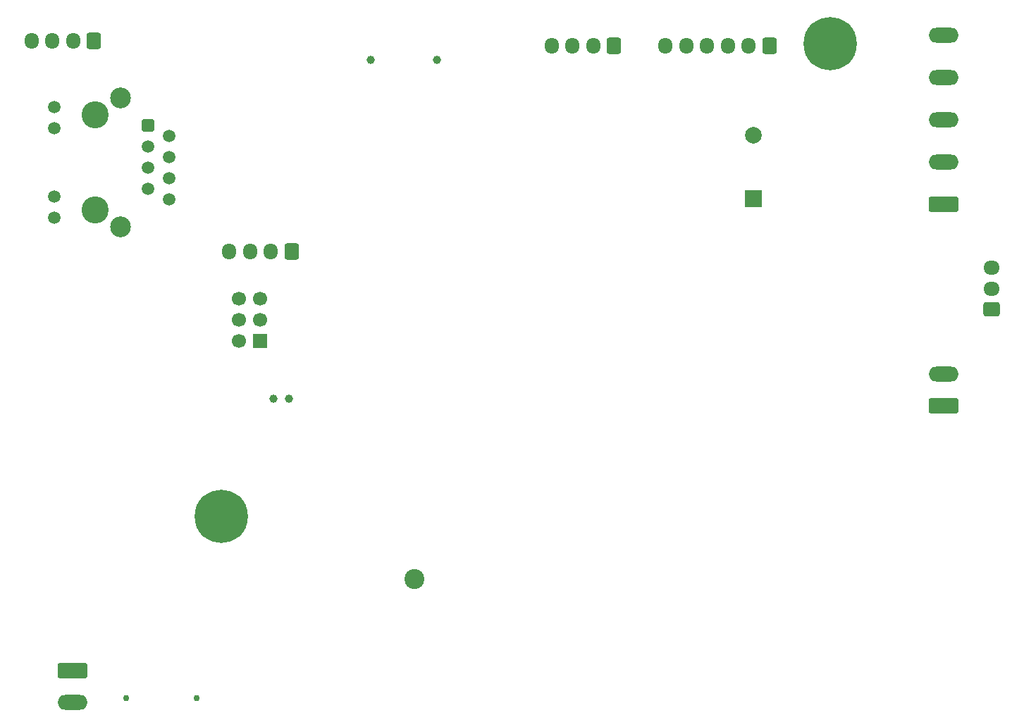
<source format=gbr>
%TF.GenerationSoftware,KiCad,Pcbnew,9.0.3*%
%TF.CreationDate,2025-07-30T09:19:55+03:00*%
%TF.ProjectId,KiCad Projeleri,4b694361-6420-4507-926f-6a656c657269,rev?*%
%TF.SameCoordinates,Original*%
%TF.FileFunction,Soldermask,Bot*%
%TF.FilePolarity,Negative*%
%FSLAX46Y46*%
G04 Gerber Fmt 4.6, Leading zero omitted, Abs format (unit mm)*
G04 Created by KiCad (PCBNEW 9.0.3) date 2025-07-30 09:19:55*
%MOMM*%
%LPD*%
G01*
G04 APERTURE LIST*
G04 Aperture macros list*
%AMRoundRect*
0 Rectangle with rounded corners*
0 $1 Rounding radius*
0 $2 $3 $4 $5 $6 $7 $8 $9 X,Y pos of 4 corners*
0 Add a 4 corners polygon primitive as box body*
4,1,4,$2,$3,$4,$5,$6,$7,$8,$9,$2,$3,0*
0 Add four circle primitives for the rounded corners*
1,1,$1+$1,$2,$3*
1,1,$1+$1,$4,$5*
1,1,$1+$1,$6,$7*
1,1,$1+$1,$8,$9*
0 Add four rect primitives between the rounded corners*
20,1,$1+$1,$2,$3,$4,$5,0*
20,1,$1+$1,$4,$5,$6,$7,0*
20,1,$1+$1,$6,$7,$8,$9,0*
20,1,$1+$1,$8,$9,$2,$3,0*%
G04 Aperture macros list end*
%ADD10RoundRect,0.250000X0.600000X0.725000X-0.600000X0.725000X-0.600000X-0.725000X0.600000X-0.725000X0*%
%ADD11O,1.700000X1.950000*%
%ADD12RoundRect,0.250000X1.550000X-0.650000X1.550000X0.650000X-1.550000X0.650000X-1.550000X-0.650000X0*%
%ADD13O,3.600000X1.800000*%
%ADD14RoundRect,0.250000X-1.550000X0.650000X-1.550000X-0.650000X1.550000X-0.650000X1.550000X0.650000X0*%
%ADD15RoundRect,0.250000X0.725000X-0.600000X0.725000X0.600000X-0.725000X0.600000X-0.725000X-0.600000X0*%
%ADD16O,1.950000X1.700000*%
%ADD17C,0.800000*%
%ADD18C,6.400000*%
%ADD19R,2.000000X2.000000*%
%ADD20C,2.000000*%
%ADD21C,3.250000*%
%ADD22RoundRect,0.250500X-0.499500X0.499500X-0.499500X-0.499500X0.499500X-0.499500X0.499500X0.499500X0*%
%ADD23C,1.500000*%
%ADD24C,2.500000*%
%ADD25C,1.000000*%
%ADD26C,0.750000*%
%ADD27C,2.400000*%
%ADD28R,1.700000X1.700000*%
%ADD29C,1.700000*%
G04 APERTURE END LIST*
D10*
%TO.C,J9*%
X190450000Y-58450000D03*
D11*
X187950000Y-58450000D03*
X185450000Y-58450000D03*
X182950000Y-58450000D03*
X180450000Y-58450000D03*
X177950000Y-58450000D03*
%TD*%
D12*
%TO.C,J6*%
X211342500Y-77450000D03*
D13*
X211342500Y-72370000D03*
X211342500Y-67290000D03*
X211342500Y-62210000D03*
X211342500Y-57130000D03*
%TD*%
D14*
%TO.C,J5*%
X106707500Y-133495000D03*
D13*
X106707500Y-137305000D03*
%TD*%
D15*
%TO.C,J10*%
X217142500Y-90095000D03*
D16*
X217142500Y-87595000D03*
X217142500Y-85095000D03*
%TD*%
D10*
%TO.C,J3*%
X133025000Y-83095000D03*
D11*
X130525000Y-83095000D03*
X128025000Y-83095000D03*
X125525000Y-83095000D03*
%TD*%
D10*
%TO.C,J8*%
X109275000Y-57845000D03*
D11*
X106775000Y-57845000D03*
X104275000Y-57845000D03*
X101775000Y-57845000D03*
%TD*%
D17*
%TO.C,REF\u002A\u002A*%
X195300000Y-58160000D03*
X196002944Y-56462944D03*
X196002944Y-59857056D03*
X197700000Y-55760000D03*
D18*
X197700000Y-58160000D03*
D17*
X197700000Y-60560000D03*
X199397056Y-56462944D03*
X199397056Y-59857056D03*
X200100000Y-58160000D03*
%TD*%
D19*
%TO.C,BZ1*%
X188500000Y-76800000D03*
D20*
X188500000Y-69200000D03*
%TD*%
D12*
%TO.C,J1*%
X211342500Y-101695000D03*
D13*
X211342500Y-97885000D03*
%TD*%
D21*
%TO.C,J7*%
X109415000Y-66700000D03*
X109415000Y-78130000D03*
D22*
X115775000Y-67975000D03*
D23*
X118315000Y-69235000D03*
X115775000Y-70515000D03*
X118315000Y-71775000D03*
X115775000Y-73055000D03*
X118315000Y-74315000D03*
X115775000Y-75595000D03*
X118315000Y-76855000D03*
X104515000Y-65790000D03*
X104515000Y-68330000D03*
X104515000Y-76500000D03*
X104515000Y-79040000D03*
D24*
X112465000Y-64670000D03*
X112465000Y-80160000D03*
%TD*%
D25*
%TO.C,Y2*%
X130825000Y-100840000D03*
X132725000Y-100840000D03*
%TD*%
D26*
%TO.C,J12*%
X113110000Y-136850000D03*
X121610000Y-136850000D03*
%TD*%
D17*
%TO.C,REF\u002A\u002A*%
X122200000Y-114950000D03*
X122902944Y-113252944D03*
X122902944Y-116647056D03*
X124600000Y-112550000D03*
D18*
X124600000Y-114950000D03*
D17*
X124600000Y-117350000D03*
X126297056Y-113252944D03*
X126297056Y-116647056D03*
X127000000Y-114950000D03*
%TD*%
D27*
%TO.C,TP1*%
X147750000Y-122500000D03*
%TD*%
D28*
%TO.C,J4*%
X129240000Y-93925000D03*
D29*
X126700000Y-93925000D03*
X129240000Y-91385000D03*
X126700000Y-91385000D03*
X129240000Y-88845000D03*
X126700000Y-88845000D03*
%TD*%
D10*
%TO.C,J11*%
X171770000Y-58440000D03*
D11*
X169270000Y-58440000D03*
X166770000Y-58440000D03*
X164270000Y-58440000D03*
%TD*%
D25*
%TO.C,U9*%
X142525000Y-60095000D03*
X150525000Y-60095000D03*
%TD*%
M02*

</source>
